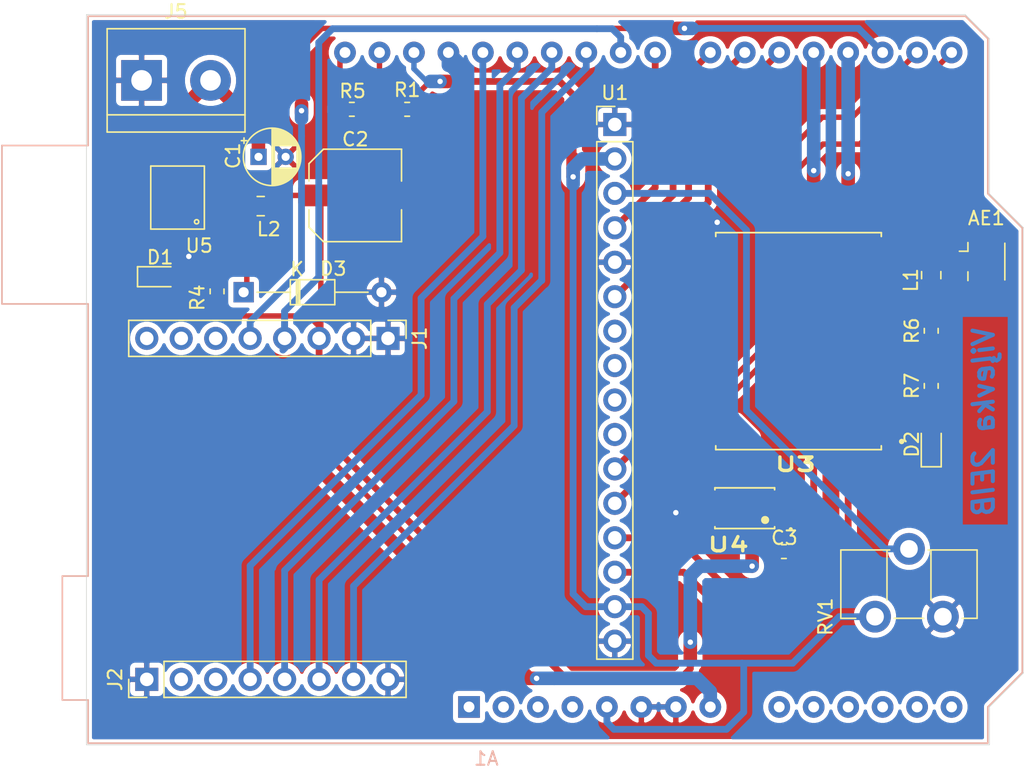
<source format=kicad_pcb>
(kicad_pcb (version 20171130) (host pcbnew "(5.1.7)-1")
  (title_block (title GPS_tracker_with_LORA) (date 25.01.2020) (rev "V 2.0") (company "Ilja Vilevka"))
  (layers (0 F.Cu signal) (31 B.Cu signal) (34 B.Paste user) (35 F.Paste user) (36 B.SilkS user) (37 F.SilkS user) (38 B.Mask user) (39 F.Mask user) (44 Edge.Cuts user))
  (net 0 "")
  (net 1 +9V)
  (net 2 +3.3V)
  (net 3 RXD1)
  (net 4 TXD1)
  (net 5 +5V)
  (net 6 "Net-(A1-Pad14)")
  (net 7 Earth)
  (net 8 "Net-(A1-Pad13)")
  (net 9 D13)
  (net 10 "Net-(A1-Pad12)")
  (net 11 D12)
  (net 12 "Net-(A1-Pad11)")
  (net 13 D11)
  (net 14 "Net-(A1-Pad10)")
  (net 15 D10)
  (net 16 "Net-(A1-Pad9)")
  (net 17 D9)
  (net 18 D8)
  (net 19 D7)
  (net 20 D6)
  (net 21 D5)
  (net 22 "Net-(A1-Pad4)")
  (net 23 D4)
  (net 24 "Net-(A1-Pad3)")
  (net 25 D3)
  (net 26 "Net-(A1-Pad2)")
  (net 27 D2)
  (net 28 "Net-(A1-Pad1)")
  (net 29 "Net-(A1-Pad31)")
  (net 30 "Net-(A1-Pad32)")
  (net 31 "Net-(J1-Pad8)")
  (net 32 "Net-(J1-Pad7)")
  (net 33 "Net-(J1-Pad6)")
  (net 34 "Net-(J2-Pad3)")
  (net 35 "Net-(J2-Pad2)")
  (net 36 "Net-(L1-Pad2)")
  (net 37 "Net-(AE1-Pad1)")
  (net 38 "Net-(D1-Pad2)")
  (net 39 "Net-(R6-Pad1)")
  (net 40 "Net-(R7-Pad2)")
  (net 41 "Net-(D2-Pad2)")
  (net 42 SCL2)
  (net 43 SDA2)
  (net 44 "Net-(U3-Pad17)")
  (net 45 "Net-(U3-Pad16)")
  (net 46 "Net-(U3-Pad15)")
  (net 47 "Net-(U3-Pad14)")
  (net 48 "Net-(U3-Pad6)")
  (net 49 "Net-(U3-Pad5)")
  (net 50 "Net-(U3-Pad4)")
  (net 51 "Net-(U3-Pad2)")
  (net 52 "Net-(U3-Pad1)")
  (net 53 "Net-(RV1-Pad2)")
  (net 54 "Net-(U1-Pad10)")
  (net 55 "Net-(U1-Pad9)")
  (net 56 "Net-(U1-Pad8)")
  (net 57 "Net-(U1-Pad7)")
  (net 58 "Net-(D3-Pad1)")
  (module Module:Arduino_UNO_R3 (layer B.Cu) (at 140.843 114.427)
    (fp_text reference A1 (at 1.27 3.81 -180) (layer B.SilkS) (effects (justify mirror)))
    (fp_text value Arduino_UNO_R3)
    (pad 16 thru_hole oval (at 33.02 -48.26 270) (size 1.6 1.6) (drill 0.8) (layers *.Cu *.Mask) (net 4 TXD1))
    (pad 15 thru_hole oval (at 35.56 -48.26 270) (size 1.6 1.6) (drill 0.8) (layers *.Cu *.Mask) (net 3 RXD1))
    (pad 30 thru_hole oval (at -4.06 -48.26 270) (size 1.6 1.6) (drill 0.8) (layers *.Cu *.Mask) (net 5 +5V))
    (pad 14 thru_hole oval (at 35.56 0 270) (size 1.6 1.6) (drill 0.8) (layers *.Cu *.Mask) (net 6 "Net-(A1-Pad14)"))
    (pad 29 thru_hole oval (at -1.52 -48.26 270) (size 1.6 1.6) (drill 0.8) (layers *.Cu *.Mask) (net 7 Earth))
    (pad 13 thru_hole oval (at 33.02 0 270) (size 1.6 1.6) (drill 0.8) (layers *.Cu *.Mask) (net 8 "Net-(A1-Pad13)"))
    (pad 28 thru_hole oval (at 1.02 -48.26 270) (size 1.6 1.6) (drill 0.8) (layers *.Cu *.Mask) (net 9 D13))
    (pad 12 thru_hole oval (at 30.48 0 270) (size 1.6 1.6) (drill 0.8) (layers *.Cu *.Mask) (net 10 "Net-(A1-Pad12)"))
    (pad 27 thru_hole oval (at 3.56 -48.26 270) (size 1.6 1.6) (drill 0.8) (layers *.Cu *.Mask) (net 11 D12))
    (pad 11 thru_hole oval (at 27.94 0 270) (size 1.6 1.6) (drill 0.8) (layers *.Cu *.Mask) (net 12 "Net-(A1-Pad11)"))
    (pad 26 thru_hole oval (at 6.1 -48.26 270) (size 1.6 1.6) (drill 0.8) (layers *.Cu *.Mask) (net 13 D11))
    (pad 10 thru_hole oval (at 25.4 0 270) (size 1.6 1.6) (drill 0.8) (layers *.Cu *.Mask) (net 14 "Net-(A1-Pad10)"))
    (pad 25 thru_hole oval (at 8.64 -48.26 270) (size 1.6 1.6) (drill 0.8) (layers *.Cu *.Mask) (net 15 D10))
    (pad 9 thru_hole oval (at 22.86 0 270) (size 1.6 1.6) (drill 0.8) (layers *.Cu *.Mask) (net 16 "Net-(A1-Pad9)"))
    (pad 24 thru_hole oval (at 11.18 -48.26 270) (size 1.6 1.6) (drill 0.8) (layers *.Cu *.Mask) (net 17 D9))
    (pad 8 thru_hole oval (at 17.78 0 270) (size 1.6 1.6) (drill 0.8) (layers *.Cu *.Mask) (net 1 +9V))
    (pad 23 thru_hole oval (at 13.72 -48.26 270) (size 1.6 1.6) (drill 0.8) (layers *.Cu *.Mask) (net 18 D8))
    (pad 7 thru_hole oval (at 15.24 0 270) (size 1.6 1.6) (drill 0.8) (layers *.Cu *.Mask) (net 7 Earth))
    (pad 22 thru_hole oval (at 17.78 -48.26 270) (size 1.6 1.6) (drill 0.8) (layers *.Cu *.Mask) (net 19 D7))
    (pad 6 thru_hole oval (at 12.7 0 270) (size 1.6 1.6) (drill 0.8) (layers *.Cu *.Mask) (net 7 Earth))
    (pad 21 thru_hole oval (at 20.32 -48.26 270) (size 1.6 1.6) (drill 0.8) (layers *.Cu *.Mask) (net 20 D6))
    (pad 5 thru_hole oval (at 10.16 0 270) (size 1.6 1.6) (drill 0.8) (layers *.Cu *.Mask) (net 5 +5V))
    (pad 20 thru_hole oval (at 22.86 -48.26 270) (size 1.6 1.6) (drill 0.8) (layers *.Cu *.Mask) (net 21 D5))
    (pad 4 thru_hole oval (at 7.62 0 270) (size 1.6 1.6) (drill 0.8) (layers *.Cu *.Mask) (net 22 "Net-(A1-Pad4)"))
    (pad 19 thru_hole oval (at 25.4 -48.26 270) (size 1.6 1.6) (drill 0.8) (layers *.Cu *.Mask) (net 23 D4))
    (pad 3 thru_hole oval (at 5.08 0 270) (size 1.6 1.6) (drill 0.8) (layers *.Cu *.Mask) (net 24 "Net-(A1-Pad3)"))
    (pad 18 thru_hole oval (at 27.94 -48.26 270) (size 1.6 1.6) (drill 0.8) (layers *.Cu *.Mask) (net 25 D3))
    (pad 2 thru_hole oval (at 2.54 0 270) (size 1.6 1.6) (drill 0.8) (layers *.Cu *.Mask) (net 26 "Net-(A1-Pad2)"))
    (pad 17 thru_hole oval (at 30.48 -48.26 270) (size 1.6 1.6) (drill 0.8) (layers *.Cu *.Mask) (net 27 D2))
    (pad 1 thru_hole rect (at 0 0 270) (size 1.6 1.6) (drill 0.8) (layers *.Cu *.Mask) (net 28 "Net-(A1-Pad1)"))
    (pad 31 thru_hole oval (at -6.6 -48.26 270) (size 1.6 1.6) (drill 0.8) (layers *.Cu *.Mask) (net 29 "Net-(A1-Pad31)"))
    (pad 32 thru_hole oval (at -9.14 -48.26 270) (size 1.6 1.6) (drill 0.8) (layers *.Cu *.Mask) (net 30 "Net-(A1-Pad32)"))
  )
  (module LED_SMD:LED_0603_1608Metric_Pad1.05x0.95mm_HandSolder (layer F.Cu) (at 118.0732 82.7024)
    (fp_text reference D1 (at 0 -1.43) (layer F.SilkS))
    (fp_text value 3V3)
    (pad 1 smd roundrect (at -0.875 0) (size 1.05 0.95) (layers F.Cu F.Paste F.Mask) (net 7 Earth))
    (pad 2 smd roundrect (at 0.875 0) (size 1.05 0.95) (layers F.Cu F.Paste F.Mask) (net 38 "Net-(D1-Pad2)"))
  )
  (module Lodlaukumi:XCVR_NEO-6M-GPS (layer F.Cu) (at 165.1254 87.4522 180)
    (fp_text reference U3 (at 0.2286 -9.0932) (layer F.SilkS) (effects (font (size 1 1.5) (thickness 0.25))))
    (fp_text value NEO-6M-GPS)
    (pad 24 smd rect (at 6 -7 180) (size 1.8 0.8) (layers F.Cu F.Mask) (net 7 Earth))
    (pad 23 smd rect (at 6 -5.9 180) (size 1.8 0.8) (layers F.Cu F.Mask) (net 2 +3.3V))
    (pad 22 smd rect (at 6 -4.8 180) (size 1.8 0.8) (layers F.Cu F.Mask) (net 2 +3.3V))
    (pad 21 smd rect (at 6 -3.7 180) (size 1.8 0.8) (layers F.Cu F.Mask) (net 3 RXD1))
    (pad 20 smd rect (at 6 -2.6 180) (size 1.8 0.8) (layers F.Cu F.Mask) (net 4 TXD1))
    (pad 19 smd rect (at 6 -1.5 180) (size 1.8 0.8) (layers F.Cu F.Mask) (net 42 SCL2))
    (pad 18 smd rect (at 6 -0.4 180) (size 1.8 0.8) (layers F.Cu F.Mask) (net 43 SDA2))
    (pad 17 smd rect (at 6 2.6 180) (size 1.8 0.8) (layers F.Cu F.Mask) (net 44 "Net-(U3-Pad17)"))
    (pad 16 smd rect (at 6 3.7 180) (size 1.8 0.8) (layers F.Cu F.Mask) (net 45 "Net-(U3-Pad16)"))
    (pad 15 smd rect (at 6 4.8 180) (size 1.8 0.8) (layers F.Cu F.Mask) (net 46 "Net-(U3-Pad15)"))
    (pad 14 smd rect (at 6 5.9 180) (size 1.8 0.8) (layers F.Cu F.Mask) (net 47 "Net-(U3-Pad14)"))
    (pad 13 smd rect (at 6 7 180) (size 1.8 0.8) (layers F.Cu F.Mask) (net 7 Earth))
    (pad 12 smd rect (at -6 7 180) (size 1.8 0.8) (layers F.Cu F.Mask) (net 7 Earth))
    (pad 11 smd rect (at -6 5.9 180) (size 1.8 0.8) (layers F.Cu F.Mask) (net 37 "Net-(AE1-Pad1)"))
    (pad 10 smd rect (at -6 4.8 180) (size 1.8 0.8) (layers F.Cu F.Mask) (net 7 Earth))
    (pad 9 smd rect (at -6 3.7 180) (size 1.8 0.8) (layers F.Cu F.Mask) (net 39 "Net-(R6-Pad1)"))
    (pad 8 smd rect (at -6 2.6 180) (size 1.8 0.8) (layers F.Cu F.Mask) (net 39 "Net-(R6-Pad1)"))
    (pad 7 smd rect (at -6 -0.4 180) (size 1.8 0.8) (layers F.Cu F.Mask) (net 7 Earth))
    (pad 6 smd rect (at -6 -1.5 180) (size 1.8 0.8) (layers F.Cu F.Mask) (net 48 "Net-(U3-Pad6)"))
    (pad 5 smd rect (at -6 -2.6 180) (size 1.8 0.8) (layers F.Cu F.Mask) (net 49 "Net-(U3-Pad5)"))
    (pad 4 smd rect (at -6 -3.7 180) (size 1.8 0.8) (layers F.Cu F.Mask) (net 50 "Net-(U3-Pad4)"))
    (pad 3 smd rect (at -6 -4.8 180) (size 1.8 0.8) (layers F.Cu F.Mask) (net 40 "Net-(R7-Pad2)"))
    (pad 2 smd rect (at -6 -5.9 180) (size 1.8 0.8) (layers F.Cu F.Mask) (net 51 "Net-(U3-Pad2)"))
    (pad 1 smd rect (at -6 -7 180) (size 1.8 0.8) (layers F.Cu F.Mask) (net 52 "Net-(U3-Pad1)"))
  )
  (module Connector_PinHeader_2.54mm:PinHeader_1x16_P2.54mm_Vertical (layer F.Cu) (at 151.5872 71.4756)
    (fp_text reference U1 (at 0 -2.33) (layer F.SilkS))
    (fp_text value LCD)
    (pad 16 thru_hole oval (at 0 38.1) (size 1.7 1.7) (drill 1) (layers *.Cu *.Mask) (net 7 Earth))
    (pad 15 thru_hole oval (at 0 35.56) (size 1.7 1.7) (drill 1) (layers *.Cu *.Mask) (net 5 +5V))
    (pad 14 thru_hole oval (at 0 33.02) (size 1.7 1.7) (drill 1) (layers *.Cu *.Mask) (net 25 D3))
    (pad 13 thru_hole oval (at 0 30.48) (size 1.7 1.7) (drill 1) (layers *.Cu *.Mask) (net 23 D4))
    (pad 12 thru_hole oval (at 0 27.94) (size 1.7 1.7) (drill 1) (layers *.Cu *.Mask) (net 21 D5))
    (pad 11 thru_hole oval (at 0 25.4) (size 1.7 1.7) (drill 1) (layers *.Cu *.Mask) (net 20 D6))
    (pad 10 thru_hole oval (at 0 22.86) (size 1.7 1.7) (drill 1) (layers *.Cu *.Mask) (net 54 "Net-(U1-Pad10)"))
    (pad 9 thru_hole oval (at 0 20.32) (size 1.7 1.7) (drill 1) (layers *.Cu *.Mask) (net 55 "Net-(U1-Pad9)"))
    (pad 8 thru_hole oval (at 0 17.78) (size 1.7 1.7) (drill 1) (layers *.Cu *.Mask) (net 56 "Net-(U1-Pad8)"))
    (pad 7 thru_hole oval (at 0 15.24) (size 1.7 1.7) (drill 1) (layers *.Cu *.Mask) (net 57 "Net-(U1-Pad7)"))
    (pad 6 thru_hole oval (at 0 12.7) (size 1.7 1.7) (drill 1) (layers *.Cu *.Mask) (net 19 D7))
    (pad 5 thru_hole oval (at 0 10.16) (size 1.7 1.7) (drill 1) (layers *.Cu *.Mask) (net 7 Earth))
    (pad 4 thru_hole oval (at 0 7.62) (size 1.7 1.7) (drill 1) (layers *.Cu *.Mask) (net 18 D8))
    (pad 3 thru_hole oval (at 0 5.08) (size 1.7 1.7) (drill 1) (layers *.Cu *.Mask) (net 53 "Net-(RV1-Pad2)"))
    (pad 2 thru_hole oval (at 0 2.54) (size 1.7 1.7) (drill 1) (layers *.Cu *.Mask) (net 5 +5V))
    (pad 1 thru_hole rect (at 0 0) (size 1.7 1.7) (drill 1) (layers *.Cu *.Mask) (net 7 Earth))
  )
  (module Lodlaukumi:SOP8P65_300X640X120L60X24N (layer F.Cu) (at 161.163 99.7712 180)
    (fp_text reference U4 (at 1.2192 -2.6924) (layer F.SilkS) (effects (font (size 1 1.5) (thickness 0.25))))
    (fp_text value 24aa32a)
    (pad 8 smd rect (at 2.82 -0.975 180) (size 1.29 0.39) (layers F.Cu F.Paste F.Mask) (net 2 +3.3V))
    (pad 7 smd rect (at 2.82 -0.325 180) (size 1.29 0.39) (layers F.Cu F.Paste F.Mask) (net 7 Earth))
    (pad 6 smd rect (at 2.82 0.325 180) (size 1.29 0.39) (layers F.Cu F.Paste F.Mask) (net 42 SCL2))
    (pad 5 smd rect (at 2.82 0.975 180) (size 1.29 0.39) (layers F.Cu F.Paste F.Mask) (net 43 SDA2))
    (pad 4 smd rect (at -2.82 0.975 180) (size 1.29 0.39) (layers F.Cu F.Paste F.Mask) (net 7 Earth))
    (pad 3 smd rect (at -2.82 0.325 180) (size 1.29 0.39) (layers F.Cu F.Paste F.Mask) (net 7 Earth))
    (pad 2 smd rect (at -2.82 -0.325 180) (size 1.29 0.39) (layers F.Cu F.Paste F.Mask) (net 7 Earth))
    (pad 1 smd rect (at -2.82 -0.975 180) (size 1.29 0.39) (layers F.Cu F.Paste F.Mask) (net 7 Earth))
  )
  (module Potentiometer_THT:Potentiometer_ACP_CA9-H5_Horizontal (layer F.Cu) (at 170.7642 107.7722 90)
    (fp_text reference RV1 (at 0 -3.65 90) (layer F.SilkS))
    (fp_text value R_POT)
    (pad 1 thru_hole circle (at 0 0 90) (size 2.34 2.34) (drill 1.3) (layers *.Cu *.Mask) (net 5 +5V))
    (pad 2 thru_hole circle (at 5 2.5 90) (size 2.34 2.34) (drill 1.3) (layers *.Cu *.Mask) (net 53 "Net-(RV1-Pad2)"))
    (pad 3 thru_hole circle (at 0 5 90) (size 2.34 2.34) (drill 1.3) (layers *.Cu *.Mask) (net 7 Earth))
  )
  (module Resistor_SMD:R_0603_1608Metric_Pad1.05x0.95mm_HandSolder (layer F.Cu) (at 132.207 70.358 180)
    (fp_text reference R5 (at -0.0508 1.3462) (layer F.SilkS))
    (fp_text value 10k)
    (pad 2 smd roundrect (at 0.875 0 180) (size 1.05 0.95) (layers F.Cu F.Paste F.Mask) (net 30 "Net-(A1-Pad32)"))
    (pad 1 smd roundrect (at -0.875 0 180) (size 1.05 0.95) (layers F.Cu F.Paste F.Mask) (net 5 +5V))
  )
  (module Resistor_SMD:R_0603_1608Metric_Pad1.05x0.95mm_HandSolder (layer F.Cu) (at 136.285 70.358)
    (fp_text reference R1 (at 0 -1.43) (layer F.SilkS))
    (fp_text value 10k)
    (pad 2 smd roundrect (at 0.875 0) (size 1.05 0.95) (layers F.Cu F.Paste F.Mask) (net 5 +5V))
    (pad 1 smd roundrect (at -0.875 0) (size 1.05 0.95) (layers F.Cu F.Paste F.Mask) (net 29 "Net-(A1-Pad31)"))
  )
  (module LED_SMD:LED_0603_1608Metric_Pad1.05x0.95mm_HandSolder (layer F.Cu) (at 174.9044 95.0582 90)
    (fp_text reference D2 (at 0 -1.43 90) (layer F.SilkS))
    (fp_text value GPS)
    (pad 2 smd roundrect (at 0.875 0 90) (size 1.05 0.95) (layers F.Cu F.Paste F.Mask) (net 41 "Net-(D2-Pad2)"))
    (pad 1 smd roundrect (at -0.875 0 90) (size 1.05 0.95) (layers F.Cu F.Paste F.Mask) (net 7 Earth))
  )
  (module Capacitor_SMD:C_0603_1608Metric_Pad1.05x0.95mm_HandSolder (layer F.Cu) (at 164.0472 102.9716)
    (fp_text reference C3 (at 0.0368 -1.016) (layer F.SilkS))
    (fp_text value 0.1uF)
    (pad 2 smd roundrect (at 0.875 0) (size 1.05 0.95) (layers F.Cu F.Paste F.Mask) (net 7 Earth))
    (pad 1 smd roundrect (at -0.875 0) (size 1.05 0.95) (layers F.Cu F.Paste F.Mask) (net 2 +3.3V))
  )
  (module Connector_Coaxial:U.FL_Hirose_U.FL-R-SMT-1_Vertical (layer F.Cu) (at 178.4944 81.5848)
    (fp_text reference AE1 (at 0.475 -3.2) (layer F.SilkS))
    (fp_text value Antenna_Shield)
    (pad 2 smd rect (at 0.475 -1.475) (size 2.2 1.05) (layers F.Cu F.Paste F.Mask) (net 7 Earth))
    (pad 1 smd rect (at -1.05 0) (size 1.05 1) (layers F.Cu F.Paste F.Mask) (net 37 "Net-(AE1-Pad1)"))
    (pad 2 smd rect (at 0.475 1.475) (size 2.2 1.05) (layers F.Cu F.Paste F.Mask) (net 7 Earth))
  )
  (module Resistor_SMD:R_0603_1608Metric_Pad1.05x0.95mm_HandSolder (layer F.Cu) (at 174.9044 90.7542 90)
    (fp_text reference R7 (at 0 -1.43 90) (layer F.SilkS))
    (fp_text value 1k)
    (pad 2 smd roundrect (at 0.875 0 90) (size 1.05 0.95) (layers F.Cu F.Paste F.Mask) (net 40 "Net-(R7-Pad2)"))
    (pad 1 smd roundrect (at -0.875 0 90) (size 1.05 0.95) (layers F.Cu F.Paste F.Mask) (net 41 "Net-(D2-Pad2)"))
  )
  (module Resistor_SMD:R_0603_1608Metric_Pad1.05x0.95mm_HandSolder (layer F.Cu) (at 174.9044 86.6902 90)
    (fp_text reference R6 (at 0 -1.43 90) (layer F.SilkS))
    (fp_text value 22R)
    (pad 2 smd roundrect (at 0.875 0 90) (size 1.05 0.95) (layers F.Cu F.Paste F.Mask) (net 36 "Net-(L1-Pad2)"))
    (pad 1 smd roundrect (at -0.875 0 90) (size 1.05 0.95) (layers F.Cu F.Paste F.Mask) (net 39 "Net-(R6-Pad1)"))
  )
  (module Resistor_SMD:R_0603_1608Metric_Pad1.05x0.95mm_HandSolder (layer F.Cu) (at 122.2756 83.7832 90)
    (fp_text reference R4 (at -0.4686 -1.4478 270) (layer F.SilkS))
    (fp_text value 680R)
    (pad 2 smd roundrect (at 0.875 0 90) (size 1.05 0.95) (layers F.Cu F.Paste F.Mask) (net 38 "Net-(D1-Pad2)"))
    (pad 1 smd roundrect (at -0.875 0 90) (size 1.05 0.95) (layers F.Cu F.Paste F.Mask) (net 2 +3.3V))
  )
  (module Inductor_SMD:L_0805_2012Metric_Pad1.15x1.40mm_HandSolder (layer F.Cu) (at 174.9044 82.5844 270)
    (fp_text reference L1 (at 0.372 1.4986 90) (layer F.SilkS))
    (fp_text value 27uH)
    (pad 2 smd roundrect (at 1.025 0 270) (size 1.15 1.4) (layers F.Cu F.Paste F.Mask) (roundrect_rratio 0.217391) (net 36 "Net-(L1-Pad2)"))
    (pad 1 smd roundrect (at -1.025 0 270) (size 1.15 1.4) (layers F.Cu F.Paste F.Mask) (roundrect_rratio 0.217391) (net 37 "Net-(AE1-Pad1)"))
  )
  (module Connector_PinHeader_2.54mm:PinHeader_1x08_P2.54mm_Vertical (layer F.Cu) (at 117.094 112.395 90)
    (fp_text reference J2 (at 0 -2.33 270) (layer F.SilkS))
    (fp_text value "Lora Right")
    (pad 8 thru_hole oval (at 0 17.78 90) (size 1.7 1.7) (drill 1) (layers *.Cu *.Mask) (net 7 Earth))
    (pad 7 thru_hole oval (at 0 15.24 90) (size 1.7 1.7) (drill 1) (layers *.Cu *.Mask) (net 15 D10))
    (pad 6 thru_hole oval (at 0 12.7 90) (size 1.7 1.7) (drill 1) (layers *.Cu *.Mask) (net 13 D11))
    (pad 5 thru_hole oval (at 0 10.16 90) (size 1.7 1.7) (drill 1) (layers *.Cu *.Mask) (net 11 D12))
    (pad 4 thru_hole oval (at 0 7.62 90) (size 1.7 1.7) (drill 1) (layers *.Cu *.Mask) (net 9 D13))
    (pad 3 thru_hole oval (at 0 5.08 90) (size 1.7 1.7) (drill 1) (layers *.Cu *.Mask) (net 34 "Net-(J2-Pad3)"))
    (pad 2 thru_hole oval (at 0 2.54 90) (size 1.7 1.7) (drill 1) (layers *.Cu *.Mask) (net 35 "Net-(J2-Pad2)"))
    (pad 1 thru_hole rect (at 0 0 90) (size 1.7 1.7) (drill 1) (layers *.Cu *.Mask) (net 7 Earth))
  )
  (module Connector_PinHeader_2.54mm:PinHeader_1x08_P2.54mm_Vertical (layer F.Cu) (at 134.874 87.249 270)
    (fp_text reference J1 (at 0 -2.33 90) (layer F.SilkS))
    (fp_text value "LoRa Left")
    (pad 8 thru_hole oval (at 0 17.78 270) (size 1.7 1.7) (drill 1) (layers *.Cu *.Mask) (net 31 "Net-(J1-Pad8)"))
    (pad 7 thru_hole oval (at 0 15.24 270) (size 1.7 1.7) (drill 1) (layers *.Cu *.Mask) (net 32 "Net-(J1-Pad7)"))
    (pad 6 thru_hole oval (at 0 12.7 270) (size 1.7 1.7) (drill 1) (layers *.Cu *.Mask) (net 33 "Net-(J1-Pad6)"))
    (pad 5 thru_hole oval (at 0 10.16 270) (size 1.7 1.7) (drill 1) (layers *.Cu *.Mask) (net 27 D2))
    (pad 4 thru_hole oval (at 0 7.62 270) (size 1.7 1.7) (drill 1) (layers *.Cu *.Mask) (net 17 D9))
    (pad 3 thru_hole oval (at 0 5.08 270) (size 1.7 1.7) (drill 1) (layers *.Cu *.Mask) (net 2 +3.3V))
    (pad 2 thru_hole oval (at 0 2.54 270) (size 1.7 1.7) (drill 1) (layers *.Cu *.Mask) (net 7 Earth))
    (pad 1 thru_hole rect (at 0 0 270) (size 1.7 1.7) (drill 1) (layers *.Cu *.Mask) (net 7 Earth))
  )
  (module Capacitor_THT:CP_Radial_D4.0mm_P2.00mm (layer F.Cu) (at 125.3302 73.8632)
    (fp_text reference C1 (at -1.8796 -0.0762 90) (layer F.SilkS))
    (fp_text value 680uF)
    (pad 1 thru_hole rect (at 0 0) (size 1.2 1.2) (drill 0.6) (layers *.Cu *.Mask) (net 1 +9V))
    (pad 2 thru_hole circle (at 2 0) (size 1.2 1.2) (drill 0.6) (layers *.Cu *.Mask) (net 7 Earth))
  )
  (module Capacitor_SMD:C_Elec_6.3x7.7 (layer F.Cu) (at 132.4585 76.708)
    (fp_text reference C2 (at 0.0025 -4.1402) (layer F.SilkS))
    (fp_text value 220uF)
    (pad 1 smd roundrect (at -2.5375 0) (size 3.325 1.6) (layers F.Cu F.Paste F.Mask) (roundrect_rratio 0.15625) (net 2 +3.3V))
    (pad 2 smd roundrect (at 2.5375 0) (size 3.325 1.6) (layers F.Cu F.Paste F.Mask) (roundrect_rratio 0.15625) (net 7 Earth))
  )
  (module Diode_THT:D_DO-34_SOD68_P10.16mm_Horizontal (layer F.Cu) (at 124.2314 83.8454)
    (fp_text reference D3 (at 6.604 -1.7272) (layer F.SilkS))
    (fp_text value D_Schottky)
    (fp_text user K (at 3.937 -1.7018) (layer F.SilkS))
    (pad 1 thru_hole rect (at 0 0) (size 1.5 1.5) (drill 0.75) (layers *.Cu *.Mask) (net 58 "Net-(D3-Pad1)"))
    (pad 2 thru_hole oval (at 10.16 0) (size 1.5 1.5) (drill 0.75) (layers *.Cu *.Mask) (net 7 Earth))
  )
  (module TerminalBlock:TerminalBlock_bornier-2_P5.08mm (layer F.Cu) (at 116.713 68.2244)
    (fp_text reference J5 (at 2.54 -5.08) (layer F.SilkS))
    (fp_text value Power)
    (pad 1 thru_hole rect (at 0 0) (size 3 3) (drill 1.52) (layers *.Cu *.Mask) (net 7 Earth))
    (pad 2 thru_hole circle (at 5.08 0) (size 3 3) (drill 1.52) (layers *.Cu *.Mask) (net 1 +9V))
  )
  (module Inductor_SMD:L_0805_2012Metric_Pad1.15x1.40mm_HandSolder (layer F.Cu) (at 125.4924 77.4954)
    (fp_text reference L2 (at 0.5932 1.7018) (layer F.SilkS))
    (fp_text value 33uH)
    (pad 1 smd roundrect (at -1.025 0) (size 1.15 1.4) (layers F.Cu F.Paste F.Mask) (roundrect_rratio 0.217391) (net 58 "Net-(D3-Pad1)"))
    (pad 2 smd roundrect (at 1.025 0) (size 1.15 1.4) (layers F.Cu F.Paste F.Mask) (roundrect_rratio 0.217391) (net 2 +3.3V))
  )
  (module Lodlaukumi:DC_DC_converter_a307 (layer F.Cu) (at 119.5578 76.8604 90)
    (fp_text reference U5 (at -3.556 1.397 180) (layer F.SilkS))
    (fp_text value A307_3.3V)
    (pad 1 smd trapezoid (at -1.91 2.33 180) (size 1.025 0.41) (layers F.Cu F.Paste F.Mask) (net 1 +9V))
    (pad 2 smd trapezoid (at -0.64 2.33 180) (size 1.025 0.41) (layers F.Cu F.Paste F.Mask) (net 58 "Net-(D3-Pad1)"))
    (pad 3 smd trapezoid (at 0.63 2.35 180) (size 1.025 0.41) (layers F.Cu F.Paste F.Mask) (net 2 +3.3V))
    (pad 4 smd trapezoid (at 1.9 2.35 180) (size 1.025 0.41) (layers F.Cu F.Paste F.Mask) (net 7 Earth))
    (pad 8 smd trapezoid (at -1.91 -2.74 180) (size 1.025 0.41) (layers F.Cu F.Paste F.Mask) (net 7 Earth))
    (pad 7 smd trapezoid (at -0.64 -2.74 180) (size 1.025 0.41) (layers F.Cu F.Paste F.Mask) (net 7 Earth))
    (pad 6 smd trapezoid (at 0.63 -2.74 180) (size 1.025 0.41) (layers F.Cu F.Paste F.Mask) (net 7 Earth))
    (pad 5 smd trapezoid (at 1.9 -2.73 180) (size 1.025 0.41) (layers F.Cu F.Paste F.Mask) (net 7 Earth))
  )
  (gr_text "Viļevka 2EIB" (at 178.7652 93.3196 90) (layer B.Cu) (effects (font (size 1.5 1.5) (thickness 0.3) italic) (justify mirror)))
  (gr_line (start 132.6134 112.5728) (end 132.207 112.3696) (layer F.SilkS) (width 0.12))
  (gr_line (start 112.649 117.221) (end 112.649 63.373) (layer Edge.Cuts) (width 0.05))
  (gr_line (start 179.197 117.221) (end 112.649 117.221) (layer Edge.Cuts) (width 0.05))
  (gr_line (start 179.197 114.427) (end 179.197 117.221) (layer Edge.Cuts) (width 0.05))
  (gr_line (start 181.737 111.887) (end 179.197 114.427) (layer Edge.Cuts) (width 0.05))
  (gr_line (start 181.737 79.121) (end 181.737 111.887) (layer Edge.Cuts) (width 0.05))
  (gr_line (start 179.197 76.581) (end 181.737 79.121) (layer Edge.Cuts) (width 0.05))
  (gr_line (start 179.197 65.151) (end 179.197 76.581) (layer Edge.Cuts) (width 0.05))
  (gr_line (start 177.419 63.373) (end 179.197 65.151) (layer Edge.Cuts) (width 0.05))
  (gr_line (start 112.649 63.373) (end 177.419 63.373) (layer Edge.Cuts) (width 0.05))
  (via (at 145.8214 112.3188) (size 0.8) (drill 0.4) (layers F.Cu B.Cu) (net 1))
  (segment (start 145.255715 112.3188) (end 124.656315 91.7194) (width 1) (layer F.Cu) (net 1))
  (segment (start 145.8214 112.3188) (end 145.255715 112.3188) (width 1) (layer F.Cu) (net 1))
  (segment (start 124.656315 91.7194) (end 116.6876 91.7194) (width 1) (layer F.Cu) (net 1))
  (segment (start 116.6876 91.7194) (end 114.5286 89.5604) (width 1) (layer F.Cu) (net 1))
  (segment (start 147.1168 112.3188) (end 145.8214 112.3188) (width 1) (layer B.Cu) (net 1))
  (segment (start 157.64617 112.3188) (end 147.1168 112.3188) (width 1) (layer B.Cu) (net 1))
  (segment (start 158.623 113.29563) (end 157.64617 112.3188) (width 1) (layer B.Cu) (net 1))
  (segment (start 158.623 114.427) (end 158.623 113.29563) (width 1) (layer B.Cu) (net 1))
  (segment (start 114.554 73.279) (end 114.5286 73.2536) (width 1) (layer F.Cu) (net 1))
  (segment (start 121.793 68.2244) (end 118.491 71.5264) (width 1) (layer F.Cu) (net 1))
  (segment (start 116.3066 71.5264) (end 114.554 73.279) (width 1) (layer F.Cu) (net 1))
  (segment (start 118.491 71.5264) (end 116.3066 71.5264) (width 1) (layer F.Cu) (net 1))
  (segment (start 114.5286 80.0354) (end 119.2276 80.0354) (width 0.5) (layer F.Cu) (net 1))
  (segment (start 114.5286 89.5604) (end 114.5286 80.0354) (width 1) (layer F.Cu) (net 1))
  (segment (start 114.5286 80.0354) (end 114.5286 73.2536) (width 1) (layer F.Cu) (net 1))
  (segment (start 120.4926 78.7704) (end 121.8878 78.7704) (width 0.5) (layer F.Cu) (net 1))
  (segment (start 119.2276 80.0354) (end 120.4926 78.7704) (width 0.5) (layer F.Cu) (net 1))
  (segment (start 121.793 68.2244) (end 125.3236 71.755) (width 1) (layer F.Cu) (net 1))
  (segment (start 125.3236 73.8566) (end 125.3302 73.8632) (width 1) (layer F.Cu) (net 1))
  (segment (start 125.3236 71.755) (end 125.3236 73.8566) (width 1) (layer F.Cu) (net 1))
  (segment (start 159.1254 92.2522) (end 159.1254 93.3522) (width 0.5) (layer F.Cu) (net 2))
  (segment (start 158.343 100.7462) (end 159.388 100.7462) (width 0.4) (layer F.Cu) (net 2))
  (segment (start 161.705 94.5318) (end 161.705 94.6318) (width 0.5) (layer F.Cu) (net 2))
  (segment (start 160.5254 93.3522) (end 161.705 94.5318) (width 0.5) (layer F.Cu) (net 2))
  (segment (start 159.1254 93.3522) (end 160.5254 93.3522) (width 0.5) (layer F.Cu) (net 2))
  (via (at 161.705 104.047) (size 0.8) (drill 0.4) (layers F.Cu B.Cu) (net 2))
  (segment (start 161.7038 100.7462) (end 161.705 100.745) (width 0.5) (layer F.Cu) (net 2))
  (segment (start 159.388 100.7462) (end 161.7038 100.7462) (width 0.5) (layer F.Cu) (net 2))
  (segment (start 161.705 94.6318) (end 161.705 100.745) (width 0.5) (layer F.Cu) (net 2))
  (segment (start 161.705 104.047) (end 161.705 103.0818) (width 1) (layer F.Cu) (net 2))
  (segment (start 161.705 100.745) (end 161.705 103.0818) (width 0.5) (layer F.Cu) (net 2))
  (via (at 157.1498 109.6518) (size 0.8) (drill 0.4) (layers F.Cu B.Cu) (net 2))
  (segment (start 157.1498 106.045) (end 157.1498 109.6518) (width 1) (layer B.Cu) (net 2))
  (segment (start 157.1498 104.7496) (end 157.1498 106.045) (width 1) (layer B.Cu) (net 2))
  (segment (start 157.8524 104.047) (end 157.1498 104.7496) (width 1) (layer B.Cu) (net 2))
  (segment (start 161.705 104.047) (end 157.8524 104.047) (width 1) (layer B.Cu) (net 2))
  (segment (start 157.1498 110.217485) (end 157.1498 109.6518) (width 1) (layer F.Cu) (net 2))
  (segment (start 157.1498 111.0488) (end 157.1498 110.217485) (width 1) (layer F.Cu) (net 2))
  (segment (start 157.1498 111.0488) (end 157.1498 111.6076) (width 0.5) (layer F.Cu) (net 2))
  (segment (start 157.1498 111.6076) (end 156.337 112.4204) (width 0.5) (layer F.Cu) (net 2))
  (segment (start 156.337 112.4204) (end 148.082 112.4204) (width 0.5) (layer F.Cu) (net 2))
  (segment (start 129.794 94.1324) (end 129.794 87.249) (width 0.5) (layer F.Cu) (net 2))
  (segment (start 148.082 112.4204) (end 129.794 94.1324) (width 0.5) (layer F.Cu) (net 2))
  (segment (start 129.794 86.6394) (end 129.794 87.249) (width 0.5) (layer F.Cu) (net 2))
  (segment (start 127.3048 76.708) (end 126.5174 77.4954) (width 0.4) (layer F.Cu) (net 2))
  (segment (start 129.921 76.708) (end 127.3048 76.708) (width 0.4) (layer F.Cu) (net 2))
  (segment (start 122.2756 84.6582) (end 123.2154 85.598) (width 0.4) (layer F.Cu) (net 2))
  (segment (start 123.2154 85.598) (end 129.032 85.598) (width 0.4) (layer F.Cu) (net 2))
  (segment (start 129.794 86.36) (end 129.794 87.249) (width 0.4) (layer F.Cu) (net 2))
  (segment (start 129.032 85.598) (end 129.794 86.36) (width 0.4) (layer F.Cu) (net 2))
  (segment (start 121.9078 76.2304) (end 123.2612 76.2304) (width 0.4) (layer F.Cu) (net 2))
  (segment (start 123.2612 76.2304) (end 123.7234 75.7682) (width 0.4) (layer F.Cu) (net 2))
  (segment (start 123.7234 75.7682) (end 125.984 75.7682) (width 0.4) (layer F.Cu) (net 2))
  (segment (start 126.5174 76.3016) (end 126.5174 77.4954) (width 0.4) (layer F.Cu) (net 2))
  (segment (start 125.984 75.7682) (end 126.5174 76.3016) (width 0.4) (layer F.Cu) (net 2))
  (segment (start 129.921 77.7748) (end 129.921 76.708) (width 0.4) (layer F.Cu) (net 2))
  (segment (start 129.921 87.122) (end 129.794 87.249) (width 0.4) (layer F.Cu) (net 2))
  (segment (start 129.921 76.708) (end 129.921 87.122) (width 0.4) (layer F.Cu) (net 2))
  (segment (start 161.8152 102.9716) (end 161.705 103.0818) (width 0.4) (layer F.Cu) (net 2))
  (segment (start 163.1722 102.9716) (end 161.8152 102.9716) (width 0.4) (layer F.Cu) (net 2))
  (segment (start 160.4254 91.1522) (end 164.3634 87.2142) (width 0.4) (layer F.Cu) (net 3))
  (segment (start 159.1254 91.1522) (end 160.4254 91.1522) (width 0.4) (layer F.Cu) (net 3))
  (segment (start 164.3634 87.2142) (end 164.3634 75.485994) (width 0.4) (layer F.Cu) (net 3))
  (segment (start 164.3634 75.485994) (end 166.925994 72.9234) (width 0.4) (layer F.Cu) (net 3))
  (segment (start 169.6466 72.9234) (end 166.925994 72.9234) (width 0.4) (layer F.Cu) (net 3))
  (segment (start 176.403 66.167) (end 169.6466 72.9234) (width 0.4) (layer F.Cu) (net 3))
  (segment (start 160.4254 90.0522) (end 162.6362 87.8414) (width 0.4) (layer F.Cu) (net 4))
  (segment (start 159.1254 90.0522) (end 160.4254 90.0522) (width 0.4) (layer F.Cu) (net 4))
  (segment (start 162.6362 87.8414) (end 162.6362 75.184) (width 0.4) (layer F.Cu) (net 4))
  (segment (start 162.6362 75.184) (end 166.878 70.9422) (width 0.4) (layer F.Cu) (net 4))
  (segment (start 169.0878 70.9422) (end 166.878 70.9422) (width 0.4) (layer F.Cu) (net 4))
  (segment (start 173.863 66.167) (end 169.0878 70.9422) (width 0.4) (layer F.Cu) (net 4))
  (segment (start 151.003 115.55837) (end 151.52263 116.078) (width 0.5) (layer B.Cu) (net 5))
  (segment (start 151.003 114.427) (end 151.003 115.55837) (width 0.5) (layer B.Cu) (net 5))
  (segment (start 151.52263 116.078) (end 159.8168 116.078) (width 0.5) (layer B.Cu) (net 5))
  (segment (start 168.1226 107.7722) (end 170.7642 107.7722) (width 0.5) (layer B.Cu) (net 5))
  (segment (start 164.6936 111.2012) (end 168.1226 107.7722) (width 0.5) (layer B.Cu) (net 5))
  (segment (start 153.5684 107.0356) (end 151.5872 107.0356) (width 0.5) (layer B.Cu) (net 5))
  (segment (start 154.0637 107.5309) (end 153.5684 107.0356) (width 0.5) (layer B.Cu) (net 5))
  (segment (start 154.0637 110.6297) (end 154.0637 107.5309) (width 0.5) (layer B.Cu) (net 5))
  (segment (start 154.6352 111.2012) (end 154.0637 110.6297) (width 0.5) (layer B.Cu) (net 5))
  (segment (start 161.0868 111.3282) (end 160.9598 111.2012) (width 0.5) (layer B.Cu) (net 5))
  (segment (start 161.0868 114.808) (end 161.0868 111.3282) (width 0.5) (layer B.Cu) (net 5))
  (segment (start 160.9598 111.2012) (end 154.6352 111.2012) (width 0.5) (layer B.Cu) (net 5))
  (segment (start 164.6936 111.2012) (end 160.9598 111.2012) (width 0.5) (layer B.Cu) (net 5))
  (segment (start 159.8168 116.078) (end 161.0868 114.808) (width 0.5) (layer B.Cu) (net 5))
  (segment (start 148.5138 75.886919) (end 148.5138 106.0958) (width 0.5) (layer B.Cu) (net 5))
  (segment (start 149.4536 107.0356) (end 151.5872 107.0356) (width 0.5) (layer B.Cu) (net 5))
  (segment (start 148.5138 106.0958) (end 149.4536 107.0356) (width 0.5) (layer B.Cu) (net 5))
  (segment (start 149.1996 74.0156) (end 148.6662 74.549) (width 1) (layer B.Cu) (net 5))
  (segment (start 151.5872 74.0156) (end 149.1996 74.0156) (width 1) (layer B.Cu) (net 5))
  (segment (start 148.6662 74.549) (end 148.5138 74.7014) (width 0.5) (layer B.Cu) (net 5))
  (segment (start 148.5138 74.7014) (end 149.1996 74.0156) (width 1) (layer B.Cu) (net 5))
  (via (at 138.7094 68.3006) (size 0.8) (drill 0.4) (layers F.Cu B.Cu) (net 5))
  (via (at 148.5138 75.3364) (size 0.8) (drill 0.4) (layers F.Cu B.Cu) (net 5))
  (segment (start 148.5138 75.886919) (end 148.5138 75.3364) (width 1) (layer B.Cu) (net 5))
  (segment (start 148.5138 75.3364) (end 148.5138 74.7014) (width 1) (layer B.Cu) (net 5))
  (segment (start 138.7094 68.3006) (end 139.275085 68.3006) (width 1) (layer F.Cu) (net 5))
  (segment (start 139.275085 68.3006) (end 147.5232 68.3006) (width 0.5) (layer F.Cu) (net 5))
  (segment (start 147.5232 68.3006) (end 148.5138 69.2912) (width 0.5) (layer F.Cu) (net 5))
  (segment (start 148.5138 73.9902) (end 148.5138 75.3364) (width 1) (layer F.Cu) (net 5))
  (segment (start 148.5138 69.2912) (end 148.5138 73.9902) (width 0.5) (layer F.Cu) (net 5))
  (segment (start 133.082 70.358) (end 133.082 70.8774) (width 0.4) (layer F.Cu) (net 5))
  (segment (start 133.082 70.8774) (end 134.0866 71.882) (width 0.4) (layer F.Cu) (net 5))
  (segment (start 135.636 71.882) (end 137.16 70.358) (width 0.4) (layer F.Cu) (net 5))
  (segment (start 134.0866 71.882) (end 135.636 71.882) (width 0.4) (layer F.Cu) (net 5))
  (segment (start 136.783 66.167) (end 136.783 67.3648) (width 0.4) (layer B.Cu) (net 5))
  (segment (start 137.7188 68.3006) (end 137.78523 68.3006) (width 0.4) (layer B.Cu) (net 5))
  (segment (start 136.783 67.3648) (end 137.7188 68.3006) (width 0.4) (layer B.Cu) (net 5))
  (segment (start 138.7094 68.3006) (end 137.9982 68.3006) (width 1) (layer B.Cu) (net 5))
  (segment (start 137.7188 68.3006) (end 138.7094 68.3006) (width 0.4) (layer B.Cu) (net 5))
  (segment (start 137.16 70.358) (end 137.16 69.1134) (width 0.4) (layer F.Cu) (net 5))
  (segment (start 137.9728 68.3006) (end 138.7094 68.3006) (width 0.4) (layer F.Cu) (net 5))
  (segment (start 137.16 69.1134) (end 137.9728 68.3006) (width 0.4) (layer F.Cu) (net 5))
  (segment (start 140.122999 67.199599) (end 140.4366 67.5132) (width 1) (layer B.Cu) (net 7))
  (segment (start 140.122999 66.966999) (end 140.122999 67.199599) (width 1) (layer B.Cu) (net 7))
  (segment (start 139.323 66.167) (end 140.122999 66.966999) (width 1) (layer B.Cu) (net 7))
  (segment (start 139.323 66.167) (end 139.323 67.1108) (width 1) (layer B.Cu) (net 7))
  (segment (start 159.131 79.5466) (end 159.131 78.8162) (width 0.5) (layer F.Cu) (net 7))
  (via (at 159.131 78.6892) (size 0.8) (drill 0.4) (layers F.Cu B.Cu) (net 7))
  (segment (start 159.131 78.6892) (end 159.131 79.5466) (width 1) (layer F.Cu) (net 7))
  (segment (start 159.131 80.1624) (end 159.1254 80.168) (width 1) (layer F.Cu) (net 7))
  (segment (start 159.131 79.5466) (end 159.131 80.1624) (width 1) (layer F.Cu) (net 7))
  (segment (start 159.1254 80.4522) (end 159.1254 80.168) (width 0.5) (layer F.Cu) (net 7))
  (segment (start 157.298 100.0962) (end 157.2928 100.1014) (width 0.4) (layer F.Cu) (net 7))
  (segment (start 158.343 100.0962) (end 157.298 100.0962) (width 0.4) (layer F.Cu) (net 7))
  (via (at 156.083 100.1014) (size 0.8) (drill 0.4) (layers F.Cu B.Cu) (net 7))
  (segment (start 156.083 100.1014) (end 156.718 100.1014) (width 1) (layer F.Cu) (net 7))
  (segment (start 157.2928 100.1014) (end 156.718 100.1014) (width 0.4) (layer F.Cu) (net 7))
  (segment (start 160.3808 100.0962) (end 158.343 100.0962) (width 0.4) (layer F.Cu) (net 7))
  (segment (start 160.4254 94.4522) (end 160.5534 94.5802) (width 0.4) (layer F.Cu) (net 7))
  (segment (start 160.5534 94.5802) (end 160.6202 94.5802) (width 0.4) (layer F.Cu) (net 7))
  (segment (start 159.1254 94.4522) (end 160.4254 94.4522) (width 0.4) (layer F.Cu) (net 7))
  (segment (start 160.6202 94.5802) (end 160.9344 94.8944) (width 0.4) (layer F.Cu) (net 7))
  (segment (start 160.9344 94.8944) (end 160.9344 99.5426) (width 0.4) (layer F.Cu) (net 7))
  (segment (start 160.9344 99.5426) (end 160.3808 100.0962) (width 0.4) (layer F.Cu) (net 7))
  (via (at 120.1928 81.2038) (size 0.8) (drill 0.4) (layers F.Cu B.Cu) (net 7))
  (segment (start 141.863 66.167) (end 141.863 79.7266) (width 0.5) (layer B.Cu) (net 9))
  (segment (start 141.863 79.7266) (end 137.3124 84.2772) (width 0.5) (layer B.Cu) (net 9))
  (segment (start 137.3124 84.2772) (end 137.3124 91.4146) (width 0.5) (layer B.Cu) (net 9))
  (segment (start 124.714 104.013) (end 124.714 112.395) (width 0.5) (layer B.Cu) (net 9))
  (segment (start 137.3124 91.4146) (end 124.714 104.013) (width 0.5) (layer B.Cu) (net 9))
  (segment (start 144.403 66.167) (end 144.403 67.29837) (width 0.5) (layer B.Cu) (net 11))
  (segment (start 144.403 67.29837) (end 143.113001 68.588369) (width 0.5) (layer B.Cu) (net 11))
  (segment (start 127.254 104.3686) (end 127.254 112.395) (width 0.5) (layer B.Cu) (net 11))
  (segment (start 139.7254 91.8972) (end 127.254 104.3686) (width 0.5) (layer B.Cu) (net 11))
  (segment (start 139.7254 84.328) (end 139.7254 91.8972) (width 0.5) (layer B.Cu) (net 11))
  (segment (start 143.113001 80.940399) (end 139.7254 84.328) (width 0.5) (layer B.Cu) (net 11))
  (segment (start 143.113001 68.588369) (end 143.113001 80.940399) (width 0.5) (layer B.Cu) (net 11))
  (segment (start 146.943 67.29837) (end 144.7038 69.53757) (width 0.5) (layer B.Cu) (net 13))
  (segment (start 146.943 66.167) (end 146.943 67.29837) (width 0.5) (layer B.Cu) (net 13))
  (segment (start 144.7038 69.53757) (end 144.7038 82.2198) (width 0.5) (layer B.Cu) (net 13))
  (segment (start 144.7038 82.2198) (end 142.1892 84.7344) (width 0.5) (layer B.Cu) (net 13))
  (segment (start 142.1892 84.7344) (end 142.1892 92.6592) (width 0.5) (layer B.Cu) (net 13))
  (segment (start 129.794 105.0544) (end 129.794 112.395) (width 0.5) (layer B.Cu) (net 13))
  (segment (start 142.1892 92.6592) (end 129.794 105.0544) (width 0.5) (layer B.Cu) (net 13))
  (segment (start 132.334 105.5116) (end 132.334 112.395) (width 0.5) (layer B.Cu) (net 15))
  (segment (start 144.1704 93.6752) (end 132.334 105.5116) (width 0.5) (layer B.Cu) (net 15))
  (segment (start 149.483 66.167) (end 149.483 67.29837) (width 0.5) (layer B.Cu) (net 15))
  (segment (start 149.483 67.29837) (end 146.2024 70.57897) (width 0.5) (layer B.Cu) (net 15))
  (segment (start 146.2024 70.57897) (end 146.2024 82.9818) (width 0.5) (layer B.Cu) (net 15))
  (segment (start 146.2024 82.9818) (end 146.177 82.9818) (width 0.5) (layer B.Cu) (net 15))
  (segment (start 146.177 82.9818) (end 144.1704 84.9884) (width 0.5) (layer B.Cu) (net 15))
  (segment (start 144.1704 84.9884) (end 144.1704 93.6752) (width 0.5) (layer B.Cu) (net 15))
  (segment (start 152.023 66.167) (end 152.023 65.03563) (width 0.5) (layer B.Cu) (net 17))
  (segment (start 151.40177 64.4144) (end 151.684985 64.697615) (width 0.5) (layer B.Cu) (net 17))
  (segment (start 150.2704 64.4144) (end 151.40177 64.4144) (width 0.5) (layer B.Cu) (net 17))
  (segment (start 152.023 65.03563) (end 151.684985 64.697615) (width 0.5) (layer B.Cu) (net 17))
  (segment (start 151.684985 64.697615) (end 151.47797 64.4906) (width 0.5) (layer B.Cu) (net 17))
  (segment (start 130.7846 64.4144) (end 129.7686 65.4304) (width 0.5) (layer B.Cu) (net 17))
  (segment (start 150.2704 64.4144) (end 130.7846 64.4144) (width 0.5) (layer B.Cu) (net 17))
  (segment (start 129.7686 65.4304) (end 129.7686 82.7278) (width 0.5) (layer B.Cu) (net 17))
  (segment (start 127.254 87.9856) (end 127.127 88.1126) (width 0.5) (layer B.Cu) (net 17))
  (segment (start 127.254 85.2424) (end 127.254 87.9856) (width 0.5) (layer B.Cu) (net 17))
  (segment (start 127.254 85.2424) (end 129.7686 82.7278) (width 0.5) (layer B.Cu) (net 17))
  (segment (start 127.254 87.249) (end 127.254 85.2424) (width 0.5) (layer B.Cu) (net 17))
  (segment (start 154.563 76.1198) (end 154.563 66.167) (width 0.5) (layer F.Cu) (net 18))
  (segment (start 151.5872 79.0956) (end 154.563 76.1198) (width 0.5) (layer F.Cu) (net 18))
  (segment (start 155.8798 68.9102) (end 158.623 66.167) (width 0.5) (layer F.Cu) (net 19))
  (segment (start 152.887201 82.875599) (end 152.912601 82.875599) (width 0.5) (layer F.Cu) (net 19))
  (segment (start 151.5872 84.1756) (end 152.887201 82.875599) (width 0.5) (layer F.Cu) (net 19))
  (segment (start 152.912601 82.875599) (end 154.686 81.1022) (width 0.5) (layer F.Cu) (net 19))
  (segment (start 154.686 81.1022) (end 154.686 77.8764) (width 0.5) (layer F.Cu) (net 19))
  (segment (start 155.8798 76.6826) (end 155.8798 68.9102) (width 0.5) (layer F.Cu) (net 19))
  (segment (start 154.686 77.8764) (end 155.8798 76.6826) (width 0.5) (layer F.Cu) (net 19))
  (segment (start 151.5872 96.8756) (end 153.8478 94.615) (width 0.5) (layer F.Cu) (net 20))
  (segment (start 153.8478 94.615) (end 153.8478 83.439) (width 0.5) (layer F.Cu) (net 20))
  (segment (start 157.0228 70.3072) (end 161.163 66.167) (width 0.5) (layer F.Cu) (net 20))
  (segment (start 157.0228 70.3072) (end 157.0228 76.8858) (width 0.5) (layer F.Cu) (net 20))
  (segment (start 157.0228 76.8858) (end 155.6258 78.2828) (width 0.5) (layer F.Cu) (net 20))
  (segment (start 155.6258 81.661) (end 153.8478 83.439) (width 0.5) (layer F.Cu) (net 20))
  (segment (start 155.6258 78.2828) (end 155.6258 81.661) (width 0.5) (layer F.Cu) (net 20))
  (segment (start 151.5872 99.4156) (end 155.0924 95.9104) (width 0.5) (layer F.Cu) (net 21))
  (segment (start 155.0924 95.9104) (end 155.0924 84.1248) (width 0.5) (layer F.Cu) (net 21))
  (segment (start 155.0924 84.1248) (end 156.718 82.4992) (width 0.5) (layer F.Cu) (net 21))
  (segment (start 156.718 82.4992) (end 156.718 78.9686) (width 0.5) (layer F.Cu) (net 21))
  (segment (start 156.718 78.9686) (end 158.4706 77.216) (width 0.5) (layer F.Cu) (net 21))
  (segment (start 158.75 71.12) (end 163.703 66.167) (width 0.5) (layer F.Cu) (net 21))
  (segment (start 158.4706 71.3994) (end 158.75 71.12) (width 0.5) (layer F.Cu) (net 21))
  (segment (start 158.4706 77.216) (end 158.4706 71.3994) (width 0.5) (layer F.Cu) (net 21))
  (segment (start 164.2364 105.9434) (end 160.1216 105.9434) (width 0.5) (layer F.Cu) (net 23))
  (segment (start 156.1338 101.9556) (end 151.5872 101.9556) (width 0.5) (layer F.Cu) (net 23))
  (segment (start 160.1216 105.9434) (end 156.1338 101.9556) (width 0.5) (layer F.Cu) (net 23))
  (segment (start 166.243 66.167) (end 166.243 74.8792) (width 1) (layer B.Cu) (net 23))
  (via (at 166.243 74.8792) (size 0.8) (drill 0.4) (layers F.Cu B.Cu) (net 23))
  (segment (start 166.243 74.8792) (end 166.243 75.444885) (width 1) (layer F.Cu) (net 23))
  (segment (start 166.243 75.444885) (end 166.243 77.0128) (width 1) (layer F.Cu) (net 23))
  (segment (start 166.243 103.9368) (end 165.6588 104.521) (width 0.5) (layer F.Cu) (net 23))
  (segment (start 166.243 77.0128) (end 166.243 103.9368) (width 0.5) (layer F.Cu) (net 23))
  (segment (start 165.6588 104.521) (end 164.2364 105.9434) (width 0.5) (layer F.Cu) (net 23))
  (segment (start 168.783 66.167) (end 168.783 75.1078) (width 1) (layer B.Cu) (net 25))
  (via (at 168.783 75.1078) (size 0.8) (drill 0.4) (layers F.Cu B.Cu) (net 25))
  (segment (start 168.783 75.1078) (end 168.783 77.216) (width 1) (layer F.Cu) (net 25))
  (segment (start 168.783 103.8352) (end 168.783 77.216) (width 0.5) (layer F.Cu) (net 25))
  (segment (start 165.3032 107.315) (end 168.783 103.8352) (width 0.5) (layer F.Cu) (net 25))
  (segment (start 159.4866 107.315) (end 165.3032 107.315) (width 0.5) (layer F.Cu) (net 25))
  (segment (start 156.6672 104.4956) (end 159.4866 107.315) (width 0.5) (layer F.Cu) (net 25))
  (segment (start 151.5872 104.4956) (end 156.6672 104.4956) (width 0.5) (layer F.Cu) (net 25))
  (segment (start 169.545 64.389) (end 160.782 64.389) (width 0.5) (layer B.Cu) (net 27))
  (segment (start 171.323 66.167) (end 169.545 64.389) (width 0.5) (layer B.Cu) (net 27))
  (via (at 156.718 64.389) (size 0.8) (drill 0.4) (layers F.Cu B.Cu) (net 27))
  (segment (start 156.718 64.389) (end 157.3022 64.389) (width 1) (layer B.Cu) (net 27))
  (segment (start 160.782 64.389) (end 157.3022 64.389) (width 0.5) (layer B.Cu) (net 27))
  (segment (start 156.718 64.389) (end 156.152315 64.389) (width 1) (layer F.Cu) (net 27))
  (segment (start 156.152315 64.389) (end 154.425 64.389) (width 0.4) (layer F.Cu) (net 27))
  (segment (start 154.425 64.389) (end 129.9972 64.389) (width 0.4) (layer F.Cu) (net 27))
  (via (at 128.4986 70.4596) (size 0.8) (drill 0.4) (layers F.Cu B.Cu) (net 27))
  (segment (start 128.4986 70.612) (end 128.4986 69.977) (width 1) (layer F.Cu) (net 27))
  (segment (start 128.4986 67.0306) (end 128.4986 69.9008) (width 0.4) (layer F.Cu) (net 27))
  (segment (start 128.4986 70.478115) (end 128.4986 71.0438) (width 1) (layer B.Cu) (net 27))
  (segment (start 124.714 87.249) (end 124.714 86.0044) (width 0.5) (layer B.Cu) (net 27))
  (segment (start 124.714 86.0044) (end 128.4986 82.2198) (width 0.5) (layer B.Cu) (net 27))
  (segment (start 128.4986 82.2198) (end 128.4986 72.3138) (width 0.5) (layer B.Cu) (net 27))
  (segment (start 128.4986 72.3138) (end 128.4986 71.0438) (width 0.5) (layer B.Cu) (net 27))
  (segment (start 128.4986 65.8876) (end 129.9972 64.389) (width 0.4) (layer F.Cu) (net 27))
  (segment (start 128.4986 67.0306) (end 128.4986 65.8876) (width 0.4) (layer F.Cu) (net 27))
  (segment (start 135.41 70.358) (end 135.41 68.6588) (width 0.4) (layer F.Cu) (net 29))
  (segment (start 134.243 67.4918) (end 134.243 66.167) (width 0.4) (layer F.Cu) (net 29))
  (segment (start 135.41 68.6588) (end 134.243 67.4918) (width 0.4) (layer F.Cu) (net 29))
  (segment (start 131.332 66.538) (end 131.703 66.167) (width 0.4) (layer F.Cu) (net 30))
  (segment (start 131.332 70.358) (end 131.332 66.538) (width 0.4) (layer F.Cu) (net 30))
  (segment (start 174.9044 85.8152) (end 174.9044 83.7782) (width 0.5) (layer F.Cu) (net 36))
  (segment (start 174.8972 81.5522) (end 174.9044 81.5594) (width 1) (layer F.Cu) (net 37))
  (segment (start 171.1254 81.5522) (end 174.8972 81.5522) (width 1) (layer F.Cu) (net 37))
  (segment (start 177.419 81.5594) (end 177.4444 81.5848) (width 1) (layer F.Cu) (net 37))
  (segment (start 174.9044 81.5594) (end 177.419 81.5594) (width 1) (layer F.Cu) (net 37))
  (segment (start 122.0698 82.7024) (end 122.2756 82.9082) (width 0.4) (layer F.Cu) (net 38))
  (segment (start 118.9482 82.7024) (end 122.0698 82.7024) (width 0.4) (layer F.Cu) (net 38))
  (segment (start 171.6254 84.8522) (end 171.1254 84.8522) (width 0.5) (layer F.Cu) (net 39))
  (segment (start 171.1254 83.7522) (end 171.1254 84.8522) (width 0.5) (layer F.Cu) (net 39))
  (segment (start 172.5838 84.8522) (end 171.1254 84.8522) (width 0.5) (layer F.Cu) (net 39))
  (segment (start 172.9486 85.217) (end 172.5838 84.8522) (width 0.5) (layer F.Cu) (net 39))
  (segment (start 172.9486 86.4616) (end 172.9486 85.217) (width 0.5) (layer F.Cu) (net 39))
  (segment (start 174.9044 87.5652) (end 174.0522 87.5652) (width 0.5) (layer F.Cu) (net 39))
  (segment (start 174.0522 87.5652) (end 172.9486 86.4616) (width 0.5) (layer F.Cu) (net 39))
  (segment (start 174.405328 90.378272) (end 173.946828 90.378272) (width 0.5) (layer F.Cu) (net 40))
  (segment (start 174.9044 89.8792) (end 174.405328 90.378272) (width 0.5) (layer F.Cu) (net 40))
  (segment (start 173.946828 90.378272) (end 173.1899 91.1352) (width 0.5) (layer F.Cu) (net 40))
  (segment (start 172.5254 92.2522) (end 171.1254 92.2522) (width 0.5) (layer F.Cu) (net 40))
  (segment (start 173.1899 91.5877) (end 172.5254 92.2522) (width 0.5) (layer F.Cu) (net 40))
  (segment (start 173.1899 91.1352) (end 173.1899 91.5877) (width 0.5) (layer F.Cu) (net 40))
  (segment (start 174.9044 94.1832) (end 174.9044 91.6292) (width 0.5) (layer F.Cu) (net 41))
  (segment (start 158.1644 88.9522) (end 158.163 88.9508) (width 0.5) (layer F.Cu) (net 42))
  (segment (start 159.1254 88.9522) (end 158.1644 88.9522) (width 0.5) (layer F.Cu) (net 42))
  (segment (start 157.8254 88.9522) (end 159.1254 88.9522) (width 0.4) (layer F.Cu) (net 42))
  (segment (start 159.388 99.4462) (end 159.7234 99.1108) (width 0.4) (layer F.Cu) (net 42))
  (segment (start 159.7234 99.1108) (end 159.7234 97.468) (width 0.4) (layer F.Cu) (net 42))
  (segment (start 159.7234 97.468) (end 157.2514 94.996) (width 0.4) (layer F.Cu) (net 42))
  (segment (start 157.2514 94.996) (end 157.2514 89.5262) (width 0.4) (layer F.Cu) (net 42))
  (segment (start 158.343 99.4462) (end 159.388 99.4462) (width 0.4) (layer F.Cu) (net 42))
  (segment (start 157.2514 89.5262) (end 157.8254 88.9522) (width 0.4) (layer F.Cu) (net 42))
  (segment (start 157.298 98.7962) (end 156.21 97.7082) (width 0.4) (layer F.Cu) (net 43))
  (segment (start 158.343 98.7962) (end 157.298 98.7962) (width 0.4) (layer F.Cu) (net 43))
  (segment (start 157.8254 87.8522) (end 159.1254 87.8522) (width 0.4) (layer F.Cu) (net 43))
  (segment (start 156.21 89.4676) (end 157.8254 87.8522) (width 0.4) (layer F.Cu) (net 43))
  (segment (start 156.21 97.7082) (end 156.21 89.4676) (width 0.4) (layer F.Cu) (net 43))
  (segment (start 171.5046 102.7722) (end 173.2642 102.7722) (width 0.5) (layer B.Cu) (net 53))
  (segment (start 161.29 92.5576) (end 171.5046 102.7722) (width 0.5) (layer B.Cu) (net 53))
  (segment (start 161.29 79.2734) (end 161.29 92.5576) (width 0.5) (layer B.Cu) (net 53))
  (segment (start 158.5722 76.5556) (end 161.29 79.2734) (width 0.5) (layer B.Cu) (net 53))
  (segment (start 151.5872 76.5556) (end 158.5722 76.5556) (width 0.5) (layer B.Cu) (net 53))
  (segment (start 124.7648 77.7928) (end 124.4674 77.4954) (width 0.4) (layer F.Cu) (net 58))
  (segment (start 121.8928 77.4954) (end 121.8878 77.5004) (width 0.4) (layer F.Cu) (net 58))
  (segment (start 124.4674 77.4954) (end 121.8928 77.4954) (width 0.4) (layer F.Cu) (net 58))
  (segment (start 124.4674 83.6094) (end 124.2314 83.8454) (width 0.4) (layer F.Cu) (net 58))
  (segment (start 124.4674 77.4954) (end 124.4674 83.6094) (width 0.4) (layer F.Cu) (net 58))
  (zone (net 7) (net_name Earth) (layer B.Cu) (connect_pads (clearance 0.38)) (min_thickness 0.254) (fill yes (arc_segments 32) (thermal_gap 0.38) (thermal_bridge_width 0.38))
    (polygon (pts (xy 112.649 63.373) (xy 112.649 117.221) (xy 179.197 117.221) (xy 179.197 114.427) (xy 181.737 111.887) (xy 181.737 79.121) (xy 179.197 76.581) (xy 179.197 65.151) (xy 177.419 63.373)))
  )
  (zone (net 0) (net_name "") (layer B.Cu) (priority 1) (connect_pads (clearance 0.4)) (min_thickness 0.254) (fill yes (arc_segments 32) (thermal_gap 0.4) (thermal_bridge_width 0.4))
    (polygon (pts (xy 142.4432 67.4116) (xy 143.5608 67.4116) (xy 142.7988 68.199) (xy 142.7988 69.2912) (xy 142.7734 80.772) (xy 139.319 84.1756) (xy 139.319 87.9856) (xy 139.319 91.2876) (xy 139.319 91.6178) (xy 138.5316 92.4052) (xy 126.5174 104.394) (xy 126.5428 110.8456) (xy 126.5428 111.252) (xy 126.111 111.9124) (xy 125.7808 111.9124) (xy 125.1204 111.125) (xy 125.1204 104.4194) (xy 125.1204 104.2416) (xy 131.5212 97.8154) (xy 137.5156 91.8464) (xy 137.7442 91.6178) (xy 137.7696 84.709) (xy 137.7696 84.4042) (xy 142.0622 80.1116) (xy 142.1892 79.9846) (xy 142.24 79.9338) (xy 142.24 68.072) (xy 142.2146 67.4116)))
  )
  (zone (net 7) (net_name Earth) (layer F.Cu) (connect_pads (clearance 0.4)) (min_thickness 0.254) (fill yes (arc_segments 32) (thermal_gap 0.4) (thermal_bridge_width 0.4))
    (polygon (pts (xy 112.649 63.3984) (xy 177.419 63.373) (xy 179.197 65.151) (xy 179.197 76.581) (xy 181.737 79.121) (xy 181.737 111.887) (xy 179.197 114.427) (xy 179.197 117.221) (xy 112.649 117.221)))
  )
  (zone (net 0) (net_name "") (layer B.Cu) (priority 2) (connect_pads (clearance 0.4)) (min_thickness 0.254) (fill yes (arc_segments 32) (thermal_gap 0.4) (thermal_bridge_width 0.4))
    (polygon (pts (xy 145.5166 66.9544) (xy 145.034 67.2592) (xy 144.7292 67.3862) (xy 143.4592 68.7324) (xy 143.4592 81.0514) (xy 140.0556 84.4804) (xy 140.081 92.075) (xy 127.7366 104.5464) (xy 127.762 111.252) (xy 128.1938 111.4806) (xy 128.4732 111.9124) (xy 128.5748 111.9124) (xy 128.8034 111.5314) (xy 129.413 111.1504) (xy 129.413 104.902) (xy 141.8336 92.5068) (xy 141.8336 84.582) (xy 144.3228 82.0166) (xy 144.3736 69.3674) (xy 146.5072 67.31) (xy 145.8976 66.929)))
  )
  (zone (net 0) (net_name "") (layer B.Cu) (priority 3) (connect_pads (clearance 0.4)) (min_thickness 0.254) (fill yes (arc_segments 32) (thermal_gap 0.4) (thermal_bridge_width 0.4))
    (polygon (pts (xy 148.3868 66.8782) (xy 148.0312 66.8782) (xy 147.2946 67.437) (xy 145.0086 69.6722) (xy 145.0086 82.3976) (xy 142.5194 84.8868) (xy 142.5194 92.8116) (xy 130.1242 105.2068) (xy 130.1496 111.1758) (xy 130.7846 111.4552) (xy 130.9878 111.9124) (xy 131.1148 111.9124) (xy 131.3942 111.4806) (xy 132.0038 111.125) (xy 132.0292 105.3846) (xy 143.8148 93.5482) (xy 143.8148 84.836) (xy 145.8468 82.7786) (xy 145.8468 70.358) (xy 148.971 67.31)))
  )
)
</source>
